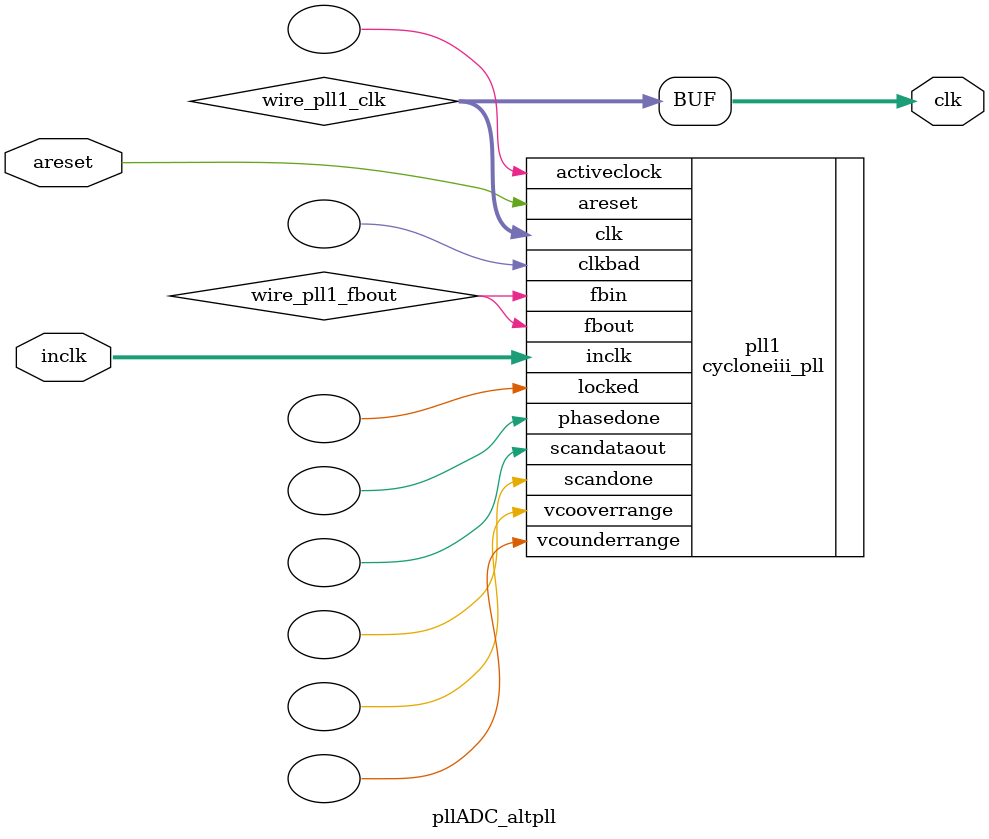
<source format=v>






//synthesis_resources = cycloneiii_pll 1 
//synopsys translate_off
`timescale 1 ps / 1 ps
//synopsys translate_on
module  pllADC_altpll
	( 
	areset,
	clk,
	inclk) /* synthesis synthesis_clearbox=1 */;
	input   areset;
	output   [4:0]  clk;
	input   [1:0]  inclk;
`ifndef ALTERA_RESERVED_QIS
// synopsys translate_off
`endif
	tri0   areset;
	tri0   [1:0]  inclk;
`ifndef ALTERA_RESERVED_QIS
// synopsys translate_on
`endif

	wire  [4:0]   wire_pll1_clk;
	wire  wire_pll1_fbout;

	cycloneiii_pll   pll1
	( 
	.activeclock(),
	.areset(areset),
	.clk(wire_pll1_clk),
	.clkbad(),
	.fbin(wire_pll1_fbout),
	.fbout(wire_pll1_fbout),
	.inclk(inclk),
	.locked(),
	.phasedone(),
	.scandataout(),
	.scandone(),
	.vcooverrange(),
	.vcounderrange()
	`ifndef FORMAL_VERIFICATION
	// synopsys translate_off
	`endif
	,
	.clkswitch(1'b0),
	.configupdate(1'b0),
	.pfdena(1'b1),
	.phasecounterselect({3{1'b0}}),
	.phasestep(1'b0),
	.phaseupdown(1'b0),
	.scanclk(1'b0),
	.scanclkena(1'b1),
	.scandata(1'b0)
	`ifndef FORMAL_VERIFICATION
	// synopsys translate_on
	`endif
	);
	defparam
		pll1.bandwidth_type = "auto",
		pll1.clk0_divide_by = 60,
		pll1.clk0_duty_cycle = 50,
		pll1.clk0_multiply_by = 1,
		pll1.clk0_phase_shift = "0",
		pll1.clk1_divide_by = 1,
		pll1.clk1_duty_cycle = 50,
		pll1.clk1_multiply_by = 1,
		pll1.clk1_phase_shift = "0",
		pll1.compensate_clock = "clk0",
		pll1.inclk0_input_frequency = 16666,
		pll1.operation_mode = "normal",
		pll1.pll_type = "auto",
		pll1.lpm_type = "cycloneiii_pll";
	assign
		clk = {wire_pll1_clk[4:0]};
endmodule //pllADC_altpll
//VALID FILE

</source>
